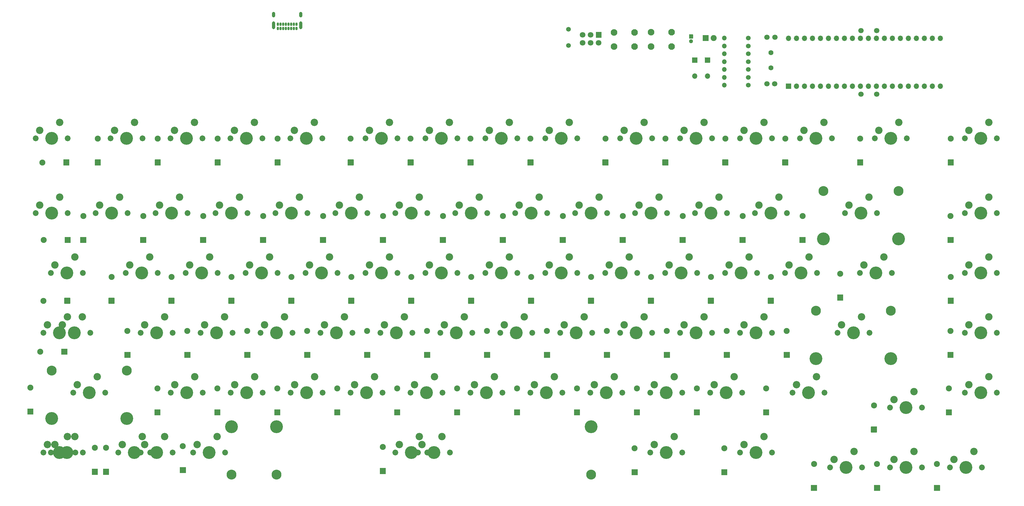
<source format=gbr>
%TF.GenerationSoftware,KiCad,Pcbnew,(5.1.7)-1*%
%TF.CreationDate,2020-10-01T02:14:01-04:00*%
%TF.ProjectId,LCK75,4c434b37-352e-46b6-9963-61645f706362,rev?*%
%TF.SameCoordinates,Original*%
%TF.FileFunction,Soldermask,Bot*%
%TF.FilePolarity,Negative*%
%FSLAX46Y46*%
G04 Gerber Fmt 4.6, Leading zero omitted, Abs format (unit mm)*
G04 Created by KiCad (PCBNEW (5.1.7)-1) date 2020-10-01 02:14:01*
%MOMM*%
%LPD*%
G01*
G04 APERTURE LIST*
%ADD10C,2.350000*%
%ADD11C,4.087800*%
%ADD12C,1.850000*%
%ADD13O,1.900000X1.900000*%
%ADD14O,0.750000X1.100000*%
%ADD15O,1.000000X2.500000*%
%ADD16O,1.000000X1.800000*%
%ADD17C,3.148000*%
%ADD18C,1.600000*%
%ADD19O,1.700000X1.700000*%
%ADD20C,2.100000*%
%ADD21C,1.500000*%
%ADD22O,1.500000X1.500000*%
%ADD23C,1.900000*%
%ADD24C,1.800000*%
%ADD25C,1.700000*%
%ADD26C,1.300000*%
G04 APERTURE END LIST*
D10*
%TO.C,SW44*%
X267017000Y-78079400D03*
D11*
X264477000Y-83159400D03*
D10*
X260667000Y-80619400D03*
D12*
X259397000Y-83159400D03*
X269557000Y-83159400D03*
%TD*%
D13*
%TO.C,D85*%
X236127800Y-101622100D03*
G36*
G01*
X237027800Y-110192100D02*
X235227800Y-110192100D01*
G75*
G02*
X235177800Y-110142100I0J50000D01*
G01*
X235177800Y-108342100D01*
G75*
G02*
X235227800Y-108292100I50000J0D01*
G01*
X237027800Y-108292100D01*
G75*
G02*
X237077800Y-108342100I0J-50000D01*
G01*
X237077800Y-110142100D01*
G75*
G02*
X237027800Y-110192100I-50000J0D01*
G01*
G37*
%TD*%
%TO.C,D91*%
X253117600Y-83397600D03*
G36*
G01*
X254017600Y-91967600D02*
X252217600Y-91967600D01*
G75*
G02*
X252167600Y-91917600I0J50000D01*
G01*
X252167600Y-90117600D01*
G75*
G02*
X252217600Y-90067600I50000J0D01*
G01*
X254017600Y-90067600D01*
G75*
G02*
X254067600Y-90117600I0J-50000D01*
G01*
X254067600Y-91917600D01*
G75*
G02*
X254017600Y-91967600I-50000J0D01*
G01*
G37*
%TD*%
%TO.C,D53*%
X159927800Y-101622100D03*
G36*
G01*
X160827800Y-110192100D02*
X159027800Y-110192100D01*
G75*
G02*
X158977800Y-110142100I0J50000D01*
G01*
X158977800Y-108342100D01*
G75*
G02*
X159027800Y-108292100I50000J0D01*
G01*
X160827800Y-108292100D01*
G75*
G02*
X160877800Y-108342100I0J-50000D01*
G01*
X160877800Y-110142100D01*
G75*
G02*
X160827800Y-110192100I-50000J0D01*
G01*
G37*
%TD*%
%TO.C,D51*%
X121827800Y-101622100D03*
G36*
G01*
X122727800Y-110192100D02*
X120927800Y-110192100D01*
G75*
G02*
X120877800Y-110142100I0J50000D01*
G01*
X120877800Y-108342100D01*
G75*
G02*
X120927800Y-108292100I50000J0D01*
G01*
X122727800Y-108292100D01*
G75*
G02*
X122777800Y-108342100I0J-50000D01*
G01*
X122777800Y-110142100D01*
G75*
G02*
X122727800Y-110192100I-50000J0D01*
G01*
G37*
%TD*%
%TO.C,D50*%
X102777800Y-101622100D03*
G36*
G01*
X103677800Y-110192100D02*
X101877800Y-110192100D01*
G75*
G02*
X101827800Y-110142100I0J50000D01*
G01*
X101827800Y-108342100D01*
G75*
G02*
X101877800Y-108292100I50000J0D01*
G01*
X103677800Y-108292100D01*
G75*
G02*
X103727800Y-108342100I0J-50000D01*
G01*
X103727800Y-110142100D01*
G75*
G02*
X103677800Y-110192100I-50000J0D01*
G01*
G37*
%TD*%
D12*
%TO.C,SW6*%
X112382000Y-40322500D03*
X102222000Y-40322500D03*
D10*
X103492000Y-37782500D03*
D11*
X107302000Y-40322500D03*
D10*
X109842000Y-35242500D03*
%TD*%
D13*
%TO.C,D82*%
X283889200Y-143979900D03*
G36*
G01*
X284789200Y-152549900D02*
X282989200Y-152549900D01*
G75*
G02*
X282939200Y-152499900I0J50000D01*
G01*
X282939200Y-150699900D01*
G75*
G02*
X282989200Y-150649900I50000J0D01*
G01*
X284789200Y-150649900D01*
G75*
G02*
X284839200Y-150699900I0J-50000D01*
G01*
X284839200Y-152499900D01*
G75*
G02*
X284789200Y-152549900I-50000J0D01*
G01*
G37*
%TD*%
%TO.C,D81*%
G36*
G01*
X265739200Y-152549900D02*
X263939200Y-152549900D01*
G75*
G02*
X263889200Y-152499900I0J50000D01*
G01*
X263889200Y-150699900D01*
G75*
G02*
X263939200Y-150649900I50000J0D01*
G01*
X265739200Y-150649900D01*
G75*
G02*
X265789200Y-150699900I0J-50000D01*
G01*
X265789200Y-152499900D01*
G75*
G02*
X265739200Y-152549900I-50000J0D01*
G01*
G37*
X264839200Y-143979900D03*
%TD*%
%TO.C,D80*%
G36*
G01*
X245689200Y-152549900D02*
X243889200Y-152549900D01*
G75*
G02*
X243839200Y-152499900I0J50000D01*
G01*
X243839200Y-150699900D01*
G75*
G02*
X243889200Y-150649900I50000J0D01*
G01*
X245689200Y-150649900D01*
G75*
G02*
X245739200Y-150699900I0J-50000D01*
G01*
X245739200Y-152499900D01*
G75*
G02*
X245689200Y-152549900I-50000J0D01*
G01*
G37*
X244789200Y-143979900D03*
%TD*%
%TO.C,D79*%
G36*
G01*
X217181000Y-147520700D02*
X215381000Y-147520700D01*
G75*
G02*
X215331000Y-147470700I0J50000D01*
G01*
X215331000Y-145670700D01*
G75*
G02*
X215381000Y-145620700I50000J0D01*
G01*
X217181000Y-145620700D01*
G75*
G02*
X217231000Y-145670700I0J-50000D01*
G01*
X217231000Y-147470700D01*
G75*
G02*
X217181000Y-147520700I-50000J0D01*
G01*
G37*
X216281000Y-138950700D03*
%TD*%
%TO.C,D78*%
G36*
G01*
X188694900Y-147520700D02*
X186894900Y-147520700D01*
G75*
G02*
X186844900Y-147470700I0J50000D01*
G01*
X186844900Y-145670700D01*
G75*
G02*
X186894900Y-145620700I50000J0D01*
G01*
X188694900Y-145620700D01*
G75*
G02*
X188744900Y-145670700I0J-50000D01*
G01*
X188744900Y-147470700D01*
G75*
G02*
X188694900Y-147520700I-50000J0D01*
G01*
G37*
X187794900Y-138950700D03*
%TD*%
%TO.C,D77*%
G36*
G01*
X108646800Y-147145800D02*
X106846800Y-147145800D01*
G75*
G02*
X106796800Y-147095800I0J50000D01*
G01*
X106796800Y-145295800D01*
G75*
G02*
X106846800Y-145245800I50000J0D01*
G01*
X108646800Y-145245800D01*
G75*
G02*
X108696800Y-145295800I0J-50000D01*
G01*
X108696800Y-147095800D01*
G75*
G02*
X108646800Y-147145800I-50000J0D01*
G01*
G37*
X107746800Y-138575800D03*
%TD*%
%TO.C,D76*%
G36*
G01*
X45096000Y-146866400D02*
X43296000Y-146866400D01*
G75*
G02*
X43246000Y-146816400I0J50000D01*
G01*
X43246000Y-145016400D01*
G75*
G02*
X43296000Y-144966400I50000J0D01*
G01*
X45096000Y-144966400D01*
G75*
G02*
X45146000Y-145016400I0J-50000D01*
G01*
X45146000Y-146816400D01*
G75*
G02*
X45096000Y-146866400I-50000J0D01*
G01*
G37*
X44196000Y-138296400D03*
%TD*%
%TO.C,D75*%
G36*
G01*
X20673900Y-147399800D02*
X18873900Y-147399800D01*
G75*
G02*
X18823900Y-147349800I0J50000D01*
G01*
X18823900Y-145549800D01*
G75*
G02*
X18873900Y-145499800I50000J0D01*
G01*
X20673900Y-145499800D01*
G75*
G02*
X20723900Y-145549800I0J-50000D01*
G01*
X20723900Y-147349800D01*
G75*
G02*
X20673900Y-147399800I-50000J0D01*
G01*
G37*
X19773900Y-138829800D03*
%TD*%
%TO.C,D74*%
G36*
G01*
X17130600Y-147399800D02*
X15330600Y-147399800D01*
G75*
G02*
X15280600Y-147349800I0J50000D01*
G01*
X15280600Y-145549800D01*
G75*
G02*
X15330600Y-145499800I50000J0D01*
G01*
X17130600Y-145499800D01*
G75*
G02*
X17180600Y-145549800I0J-50000D01*
G01*
X17180600Y-147349800D01*
G75*
G02*
X17130600Y-147399800I-50000J0D01*
G01*
G37*
X16230600Y-138829800D03*
%TD*%
%TO.C,D73*%
G36*
G01*
X264742500Y-133931700D02*
X262942500Y-133931700D01*
G75*
G02*
X262892500Y-133881700I0J50000D01*
G01*
X262892500Y-132081700D01*
G75*
G02*
X262942500Y-132031700I50000J0D01*
G01*
X264742500Y-132031700D01*
G75*
G02*
X264792500Y-132081700I0J-50000D01*
G01*
X264792500Y-133881700D01*
G75*
G02*
X264742500Y-133931700I-50000J0D01*
G01*
G37*
X263842500Y-125361700D03*
%TD*%
%TO.C,D72*%
G36*
G01*
X288556100Y-128470700D02*
X286756100Y-128470700D01*
G75*
G02*
X286706100Y-128420700I0J50000D01*
G01*
X286706100Y-126620700D01*
G75*
G02*
X286756100Y-126570700I50000J0D01*
G01*
X288556100Y-126570700D01*
G75*
G02*
X288606100Y-126620700I0J-50000D01*
G01*
X288606100Y-128420700D01*
G75*
G02*
X288556100Y-128470700I-50000J0D01*
G01*
G37*
X287656100Y-119900700D03*
%TD*%
%TO.C,D71*%
G36*
G01*
X230506100Y-128470700D02*
X228706100Y-128470700D01*
G75*
G02*
X228656100Y-128420700I0J50000D01*
G01*
X228656100Y-126620700D01*
G75*
G02*
X228706100Y-126570700I50000J0D01*
G01*
X230506100Y-126570700D01*
G75*
G02*
X230556100Y-126620700I0J-50000D01*
G01*
X230556100Y-128420700D01*
G75*
G02*
X230506100Y-128470700I-50000J0D01*
G01*
G37*
X229606100Y-119900700D03*
%TD*%
%TO.C,D70*%
G36*
G01*
X208456100Y-128470700D02*
X206656100Y-128470700D01*
G75*
G02*
X206606100Y-128420700I0J50000D01*
G01*
X206606100Y-126620700D01*
G75*
G02*
X206656100Y-126570700I50000J0D01*
G01*
X208456100Y-126570700D01*
G75*
G02*
X208506100Y-126620700I0J-50000D01*
G01*
X208506100Y-128420700D01*
G75*
G02*
X208456100Y-128470700I-50000J0D01*
G01*
G37*
X207556100Y-119900700D03*
%TD*%
%TO.C,D69*%
G36*
G01*
X189406100Y-128470700D02*
X187606100Y-128470700D01*
G75*
G02*
X187556100Y-128420700I0J50000D01*
G01*
X187556100Y-126620700D01*
G75*
G02*
X187606100Y-126570700I50000J0D01*
G01*
X189406100Y-126570700D01*
G75*
G02*
X189456100Y-126620700I0J-50000D01*
G01*
X189456100Y-128420700D01*
G75*
G02*
X189406100Y-128470700I-50000J0D01*
G01*
G37*
X188506100Y-119900700D03*
%TD*%
%TO.C,D68*%
G36*
G01*
X170356100Y-128470700D02*
X168556100Y-128470700D01*
G75*
G02*
X168506100Y-128420700I0J50000D01*
G01*
X168506100Y-126620700D01*
G75*
G02*
X168556100Y-126570700I50000J0D01*
G01*
X170356100Y-126570700D01*
G75*
G02*
X170406100Y-126620700I0J-50000D01*
G01*
X170406100Y-128420700D01*
G75*
G02*
X170356100Y-128470700I-50000J0D01*
G01*
G37*
X169456100Y-119900700D03*
%TD*%
%TO.C,D67*%
G36*
G01*
X151306100Y-128470700D02*
X149506100Y-128470700D01*
G75*
G02*
X149456100Y-128420700I0J50000D01*
G01*
X149456100Y-126620700D01*
G75*
G02*
X149506100Y-126570700I50000J0D01*
G01*
X151306100Y-126570700D01*
G75*
G02*
X151356100Y-126620700I0J-50000D01*
G01*
X151356100Y-128420700D01*
G75*
G02*
X151306100Y-128470700I-50000J0D01*
G01*
G37*
X150406100Y-119900700D03*
%TD*%
%TO.C,D66*%
G36*
G01*
X132256100Y-128470700D02*
X130456100Y-128470700D01*
G75*
G02*
X130406100Y-128420700I0J50000D01*
G01*
X130406100Y-126620700D01*
G75*
G02*
X130456100Y-126570700I50000J0D01*
G01*
X132256100Y-126570700D01*
G75*
G02*
X132306100Y-126620700I0J-50000D01*
G01*
X132306100Y-128420700D01*
G75*
G02*
X132256100Y-128470700I-50000J0D01*
G01*
G37*
X131356100Y-119900700D03*
%TD*%
%TO.C,D65*%
X112306100Y-119900700D03*
G36*
G01*
X113206100Y-128470700D02*
X111406100Y-128470700D01*
G75*
G02*
X111356100Y-128420700I0J50000D01*
G01*
X111356100Y-126620700D01*
G75*
G02*
X111406100Y-126570700I50000J0D01*
G01*
X113206100Y-126570700D01*
G75*
G02*
X113256100Y-126620700I0J-50000D01*
G01*
X113256100Y-128420700D01*
G75*
G02*
X113206100Y-128470700I-50000J0D01*
G01*
G37*
%TD*%
%TO.C,D64*%
X93256100Y-119900700D03*
G36*
G01*
X94156100Y-128470700D02*
X92356100Y-128470700D01*
G75*
G02*
X92306100Y-128420700I0J50000D01*
G01*
X92306100Y-126620700D01*
G75*
G02*
X92356100Y-126570700I50000J0D01*
G01*
X94156100Y-126570700D01*
G75*
G02*
X94206100Y-126620700I0J-50000D01*
G01*
X94206100Y-128420700D01*
G75*
G02*
X94156100Y-128470700I-50000J0D01*
G01*
G37*
%TD*%
%TO.C,D63*%
X74206100Y-119900700D03*
G36*
G01*
X75106100Y-128470700D02*
X73306100Y-128470700D01*
G75*
G02*
X73256100Y-128420700I0J50000D01*
G01*
X73256100Y-126620700D01*
G75*
G02*
X73306100Y-126570700I50000J0D01*
G01*
X75106100Y-126570700D01*
G75*
G02*
X75156100Y-126620700I0J-50000D01*
G01*
X75156100Y-128420700D01*
G75*
G02*
X75106100Y-128470700I-50000J0D01*
G01*
G37*
%TD*%
%TO.C,D62*%
X55156100Y-119900700D03*
G36*
G01*
X56056100Y-128470700D02*
X54256100Y-128470700D01*
G75*
G02*
X54206100Y-128420700I0J50000D01*
G01*
X54206100Y-126620700D01*
G75*
G02*
X54256100Y-126570700I50000J0D01*
G01*
X56056100Y-126570700D01*
G75*
G02*
X56106100Y-126620700I0J-50000D01*
G01*
X56106100Y-128420700D01*
G75*
G02*
X56056100Y-128470700I-50000J0D01*
G01*
G37*
%TD*%
%TO.C,D61*%
X36106100Y-119900700D03*
G36*
G01*
X37006100Y-128470700D02*
X35206100Y-128470700D01*
G75*
G02*
X35156100Y-128420700I0J50000D01*
G01*
X35156100Y-126620700D01*
G75*
G02*
X35206100Y-126570700I50000J0D01*
G01*
X37006100Y-126570700D01*
G75*
G02*
X37056100Y-126620700I0J-50000D01*
G01*
X37056100Y-128420700D01*
G75*
G02*
X37006100Y-128470700I-50000J0D01*
G01*
G37*
%TD*%
%TO.C,D59*%
X-4267200Y-119659400D03*
G36*
G01*
X-3367200Y-128229400D02*
X-5167200Y-128229400D01*
G75*
G02*
X-5217200Y-128179400I0J50000D01*
G01*
X-5217200Y-126379400D01*
G75*
G02*
X-5167200Y-126329400I50000J0D01*
G01*
X-3367200Y-126329400D01*
G75*
G02*
X-3317200Y-126379400I0J-50000D01*
G01*
X-3317200Y-128179400D01*
G75*
G02*
X-3367200Y-128229400I-50000J0D01*
G01*
G37*
%TD*%
%TO.C,D58*%
X288177800Y-101622100D03*
G36*
G01*
X289077800Y-110192100D02*
X287277800Y-110192100D01*
G75*
G02*
X287227800Y-110142100I0J50000D01*
G01*
X287227800Y-108342100D01*
G75*
G02*
X287277800Y-108292100I50000J0D01*
G01*
X289077800Y-108292100D01*
G75*
G02*
X289127800Y-108342100I0J-50000D01*
G01*
X289127800Y-110142100D01*
G75*
G02*
X289077800Y-110192100I-50000J0D01*
G01*
G37*
%TD*%
%TO.C,D56*%
X217077800Y-101622100D03*
G36*
G01*
X217977800Y-110192100D02*
X216177800Y-110192100D01*
G75*
G02*
X216127800Y-110142100I0J50000D01*
G01*
X216127800Y-108342100D01*
G75*
G02*
X216177800Y-108292100I50000J0D01*
G01*
X217977800Y-108292100D01*
G75*
G02*
X218027800Y-108342100I0J-50000D01*
G01*
X218027800Y-110142100D01*
G75*
G02*
X217977800Y-110192100I-50000J0D01*
G01*
G37*
%TD*%
%TO.C,D55*%
X198027800Y-101622100D03*
G36*
G01*
X198927800Y-110192100D02*
X197127800Y-110192100D01*
G75*
G02*
X197077800Y-110142100I0J50000D01*
G01*
X197077800Y-108342100D01*
G75*
G02*
X197127800Y-108292100I50000J0D01*
G01*
X198927800Y-108292100D01*
G75*
G02*
X198977800Y-108342100I0J-50000D01*
G01*
X198977800Y-110142100D01*
G75*
G02*
X198927800Y-110192100I-50000J0D01*
G01*
G37*
%TD*%
%TO.C,D54*%
X178977800Y-101622100D03*
G36*
G01*
X179877800Y-110192100D02*
X178077800Y-110192100D01*
G75*
G02*
X178027800Y-110142100I0J50000D01*
G01*
X178027800Y-108342100D01*
G75*
G02*
X178077800Y-108292100I50000J0D01*
G01*
X179877800Y-108292100D01*
G75*
G02*
X179927800Y-108342100I0J-50000D01*
G01*
X179927800Y-110142100D01*
G75*
G02*
X179877800Y-110192100I-50000J0D01*
G01*
G37*
%TD*%
%TO.C,D52*%
X140877800Y-101622100D03*
G36*
G01*
X141777800Y-110192100D02*
X139977800Y-110192100D01*
G75*
G02*
X139927800Y-110142100I0J50000D01*
G01*
X139927800Y-108342100D01*
G75*
G02*
X139977800Y-108292100I50000J0D01*
G01*
X141777800Y-108292100D01*
G75*
G02*
X141827800Y-108342100I0J-50000D01*
G01*
X141827800Y-110142100D01*
G75*
G02*
X141777800Y-110192100I-50000J0D01*
G01*
G37*
%TD*%
%TO.C,D49*%
X83727800Y-101622100D03*
G36*
G01*
X84627800Y-110192100D02*
X82827800Y-110192100D01*
G75*
G02*
X82777800Y-110142100I0J50000D01*
G01*
X82777800Y-108342100D01*
G75*
G02*
X82827800Y-108292100I50000J0D01*
G01*
X84627800Y-108292100D01*
G75*
G02*
X84677800Y-108342100I0J-50000D01*
G01*
X84677800Y-110142100D01*
G75*
G02*
X84627800Y-110192100I-50000J0D01*
G01*
G37*
%TD*%
%TO.C,D48*%
X64677800Y-101622100D03*
G36*
G01*
X65577800Y-110192100D02*
X63777800Y-110192100D01*
G75*
G02*
X63727800Y-110142100I0J50000D01*
G01*
X63727800Y-108342100D01*
G75*
G02*
X63777800Y-108292100I50000J0D01*
G01*
X65577800Y-108292100D01*
G75*
G02*
X65627800Y-108342100I0J-50000D01*
G01*
X65627800Y-110142100D01*
G75*
G02*
X65577800Y-110192100I-50000J0D01*
G01*
G37*
%TD*%
%TO.C,D47*%
G36*
G01*
X46527800Y-110192100D02*
X44727800Y-110192100D01*
G75*
G02*
X44677800Y-110142100I0J50000D01*
G01*
X44677800Y-108342100D01*
G75*
G02*
X44727800Y-108292100I50000J0D01*
G01*
X46527800Y-108292100D01*
G75*
G02*
X46577800Y-108342100I0J-50000D01*
G01*
X46577800Y-110142100D01*
G75*
G02*
X46527800Y-110192100I-50000J0D01*
G01*
G37*
X45627800Y-101622100D03*
%TD*%
%TO.C,D46*%
G36*
G01*
X27477800Y-110192100D02*
X25677800Y-110192100D01*
G75*
G02*
X25627800Y-110142100I0J50000D01*
G01*
X25627800Y-108342100D01*
G75*
G02*
X25677800Y-108292100I50000J0D01*
G01*
X27477800Y-108292100D01*
G75*
G02*
X27527800Y-108342100I0J-50000D01*
G01*
X27527800Y-110142100D01*
G75*
G02*
X27477800Y-110192100I-50000J0D01*
G01*
G37*
X26577800Y-101622100D03*
%TD*%
%TO.C,D45*%
X-1092200Y-108242100D03*
G36*
G01*
X7477800Y-107342100D02*
X7477800Y-109142100D01*
G75*
G02*
X7427800Y-109192100I-50000J0D01*
G01*
X5627800Y-109192100D01*
G75*
G02*
X5577800Y-109142100I0J50000D01*
G01*
X5577800Y-107342100D01*
G75*
G02*
X5627800Y-107292100I50000J0D01*
G01*
X7427800Y-107292100D01*
G75*
G02*
X7477800Y-107342100I0J-50000D01*
G01*
G37*
%TD*%
%TO.C,D44*%
X288267600Y-84397600D03*
G36*
G01*
X289167600Y-92967600D02*
X287367600Y-92967600D01*
G75*
G02*
X287317600Y-92917600I0J50000D01*
G01*
X287317600Y-91117600D01*
G75*
G02*
X287367600Y-91067600I50000J0D01*
G01*
X289167600Y-91067600D01*
G75*
G02*
X289217600Y-91117600I0J-50000D01*
G01*
X289217600Y-92917600D01*
G75*
G02*
X289167600Y-92967600I-50000J0D01*
G01*
G37*
%TD*%
%TO.C,D43*%
X231067600Y-84397600D03*
G36*
G01*
X231967600Y-92967600D02*
X230167600Y-92967600D01*
G75*
G02*
X230117600Y-92917600I0J50000D01*
G01*
X230117600Y-91117600D01*
G75*
G02*
X230167600Y-91067600I50000J0D01*
G01*
X231967600Y-91067600D01*
G75*
G02*
X232017600Y-91117600I0J-50000D01*
G01*
X232017600Y-92917600D01*
G75*
G02*
X231967600Y-92967600I-50000J0D01*
G01*
G37*
%TD*%
%TO.C,D42*%
X212017600Y-84397600D03*
G36*
G01*
X212917600Y-92967600D02*
X211117600Y-92967600D01*
G75*
G02*
X211067600Y-92917600I0J50000D01*
G01*
X211067600Y-91117600D01*
G75*
G02*
X211117600Y-91067600I50000J0D01*
G01*
X212917600Y-91067600D01*
G75*
G02*
X212967600Y-91117600I0J-50000D01*
G01*
X212967600Y-92917600D01*
G75*
G02*
X212917600Y-92967600I-50000J0D01*
G01*
G37*
%TD*%
%TO.C,D41*%
X192967600Y-84397600D03*
G36*
G01*
X193867600Y-92967600D02*
X192067600Y-92967600D01*
G75*
G02*
X192017600Y-92917600I0J50000D01*
G01*
X192017600Y-91117600D01*
G75*
G02*
X192067600Y-91067600I50000J0D01*
G01*
X193867600Y-91067600D01*
G75*
G02*
X193917600Y-91117600I0J-50000D01*
G01*
X193917600Y-92917600D01*
G75*
G02*
X193867600Y-92967600I-50000J0D01*
G01*
G37*
%TD*%
%TO.C,D40*%
X173917600Y-84397600D03*
G36*
G01*
X174817600Y-92967600D02*
X173017600Y-92967600D01*
G75*
G02*
X172967600Y-92917600I0J50000D01*
G01*
X172967600Y-91117600D01*
G75*
G02*
X173017600Y-91067600I50000J0D01*
G01*
X174817600Y-91067600D01*
G75*
G02*
X174867600Y-91117600I0J-50000D01*
G01*
X174867600Y-92917600D01*
G75*
G02*
X174817600Y-92967600I-50000J0D01*
G01*
G37*
%TD*%
%TO.C,D39*%
X154867600Y-84397600D03*
G36*
G01*
X155767600Y-92967600D02*
X153967600Y-92967600D01*
G75*
G02*
X153917600Y-92917600I0J50000D01*
G01*
X153917600Y-91117600D01*
G75*
G02*
X153967600Y-91067600I50000J0D01*
G01*
X155767600Y-91067600D01*
G75*
G02*
X155817600Y-91117600I0J-50000D01*
G01*
X155817600Y-92917600D01*
G75*
G02*
X155767600Y-92967600I-50000J0D01*
G01*
G37*
%TD*%
%TO.C,D38*%
X135817600Y-84397600D03*
G36*
G01*
X136717600Y-92967600D02*
X134917600Y-92967600D01*
G75*
G02*
X134867600Y-92917600I0J50000D01*
G01*
X134867600Y-91117600D01*
G75*
G02*
X134917600Y-91067600I50000J0D01*
G01*
X136717600Y-91067600D01*
G75*
G02*
X136767600Y-91117600I0J-50000D01*
G01*
X136767600Y-92917600D01*
G75*
G02*
X136717600Y-92967600I-50000J0D01*
G01*
G37*
%TD*%
%TO.C,D37*%
X116767600Y-84397600D03*
G36*
G01*
X117667600Y-92967600D02*
X115867600Y-92967600D01*
G75*
G02*
X115817600Y-92917600I0J50000D01*
G01*
X115817600Y-91117600D01*
G75*
G02*
X115867600Y-91067600I50000J0D01*
G01*
X117667600Y-91067600D01*
G75*
G02*
X117717600Y-91117600I0J-50000D01*
G01*
X117717600Y-92917600D01*
G75*
G02*
X117667600Y-92967600I-50000J0D01*
G01*
G37*
%TD*%
%TO.C,D36*%
X97717600Y-84397600D03*
G36*
G01*
X98617600Y-92967600D02*
X96817600Y-92967600D01*
G75*
G02*
X96767600Y-92917600I0J50000D01*
G01*
X96767600Y-91117600D01*
G75*
G02*
X96817600Y-91067600I50000J0D01*
G01*
X98617600Y-91067600D01*
G75*
G02*
X98667600Y-91117600I0J-50000D01*
G01*
X98667600Y-92917600D01*
G75*
G02*
X98617600Y-92967600I-50000J0D01*
G01*
G37*
%TD*%
%TO.C,D35*%
X78667600Y-84397600D03*
G36*
G01*
X79567600Y-92967600D02*
X77767600Y-92967600D01*
G75*
G02*
X77717600Y-92917600I0J50000D01*
G01*
X77717600Y-91117600D01*
G75*
G02*
X77767600Y-91067600I50000J0D01*
G01*
X79567600Y-91067600D01*
G75*
G02*
X79617600Y-91117600I0J-50000D01*
G01*
X79617600Y-92917600D01*
G75*
G02*
X79567600Y-92967600I-50000J0D01*
G01*
G37*
%TD*%
%TO.C,D34*%
X59617600Y-84397600D03*
G36*
G01*
X60517600Y-92967600D02*
X58717600Y-92967600D01*
G75*
G02*
X58667600Y-92917600I0J50000D01*
G01*
X58667600Y-91117600D01*
G75*
G02*
X58717600Y-91067600I50000J0D01*
G01*
X60517600Y-91067600D01*
G75*
G02*
X60567600Y-91117600I0J-50000D01*
G01*
X60567600Y-92917600D01*
G75*
G02*
X60517600Y-92967600I-50000J0D01*
G01*
G37*
%TD*%
%TO.C,D33*%
X40567600Y-84397600D03*
G36*
G01*
X41467600Y-92967600D02*
X39667600Y-92967600D01*
G75*
G02*
X39617600Y-92917600I0J50000D01*
G01*
X39617600Y-91117600D01*
G75*
G02*
X39667600Y-91067600I50000J0D01*
G01*
X41467600Y-91067600D01*
G75*
G02*
X41517600Y-91117600I0J-50000D01*
G01*
X41517600Y-92917600D01*
G75*
G02*
X41467600Y-92967600I-50000J0D01*
G01*
G37*
%TD*%
%TO.C,D32*%
X21517600Y-84397600D03*
G36*
G01*
X22417600Y-92967600D02*
X20617600Y-92967600D01*
G75*
G02*
X20567600Y-92917600I0J50000D01*
G01*
X20567600Y-91117600D01*
G75*
G02*
X20617600Y-91067600I50000J0D01*
G01*
X22417600Y-91067600D01*
G75*
G02*
X22467600Y-91117600I0J-50000D01*
G01*
X22467600Y-92917600D01*
G75*
G02*
X22417600Y-92967600I-50000J0D01*
G01*
G37*
%TD*%
%TO.C,D31*%
X-152400Y-92017600D03*
G36*
G01*
X8417600Y-91117600D02*
X8417600Y-92917600D01*
G75*
G02*
X8367600Y-92967600I-50000J0D01*
G01*
X6567600Y-92967600D01*
G75*
G02*
X6517600Y-92917600I0J50000D01*
G01*
X6517600Y-91117600D01*
G75*
G02*
X6567600Y-91067600I50000J0D01*
G01*
X8367600Y-91067600D01*
G75*
G02*
X8417600Y-91117600I0J-50000D01*
G01*
G37*
%TD*%
%TO.C,D30*%
G36*
G01*
X289097600Y-73606700D02*
X287297600Y-73606700D01*
G75*
G02*
X287247600Y-73556700I0J50000D01*
G01*
X287247600Y-71756700D01*
G75*
G02*
X287297600Y-71706700I50000J0D01*
G01*
X289097600Y-71706700D01*
G75*
G02*
X289147600Y-71756700I0J-50000D01*
G01*
X289147600Y-73556700D01*
G75*
G02*
X289097600Y-73606700I-50000J0D01*
G01*
G37*
X288197600Y-65036700D03*
%TD*%
%TO.C,D29*%
G36*
G01*
X242047600Y-73606700D02*
X240247600Y-73606700D01*
G75*
G02*
X240197600Y-73556700I0J50000D01*
G01*
X240197600Y-71756700D01*
G75*
G02*
X240247600Y-71706700I50000J0D01*
G01*
X242047600Y-71706700D01*
G75*
G02*
X242097600Y-71756700I0J-50000D01*
G01*
X242097600Y-73556700D01*
G75*
G02*
X242047600Y-73606700I-50000J0D01*
G01*
G37*
X241147600Y-65036700D03*
%TD*%
%TO.C,D28*%
X222097600Y-65036700D03*
G36*
G01*
X222997600Y-73606700D02*
X221197600Y-73606700D01*
G75*
G02*
X221147600Y-73556700I0J50000D01*
G01*
X221147600Y-71756700D01*
G75*
G02*
X221197600Y-71706700I50000J0D01*
G01*
X222997600Y-71706700D01*
G75*
G02*
X223047600Y-71756700I0J-50000D01*
G01*
X223047600Y-73556700D01*
G75*
G02*
X222997600Y-73606700I-50000J0D01*
G01*
G37*
%TD*%
%TO.C,D27*%
X203047600Y-65036700D03*
G36*
G01*
X203947600Y-73606700D02*
X202147600Y-73606700D01*
G75*
G02*
X202097600Y-73556700I0J50000D01*
G01*
X202097600Y-71756700D01*
G75*
G02*
X202147600Y-71706700I50000J0D01*
G01*
X203947600Y-71706700D01*
G75*
G02*
X203997600Y-71756700I0J-50000D01*
G01*
X203997600Y-73556700D01*
G75*
G02*
X203947600Y-73606700I-50000J0D01*
G01*
G37*
%TD*%
%TO.C,D26*%
X183997600Y-65036700D03*
G36*
G01*
X184897600Y-73606700D02*
X183097600Y-73606700D01*
G75*
G02*
X183047600Y-73556700I0J50000D01*
G01*
X183047600Y-71756700D01*
G75*
G02*
X183097600Y-71706700I50000J0D01*
G01*
X184897600Y-71706700D01*
G75*
G02*
X184947600Y-71756700I0J-50000D01*
G01*
X184947600Y-73556700D01*
G75*
G02*
X184897600Y-73606700I-50000J0D01*
G01*
G37*
%TD*%
%TO.C,D25*%
G36*
G01*
X165847600Y-73606700D02*
X164047600Y-73606700D01*
G75*
G02*
X163997600Y-73556700I0J50000D01*
G01*
X163997600Y-71756700D01*
G75*
G02*
X164047600Y-71706700I50000J0D01*
G01*
X165847600Y-71706700D01*
G75*
G02*
X165897600Y-71756700I0J-50000D01*
G01*
X165897600Y-73556700D01*
G75*
G02*
X165847600Y-73606700I-50000J0D01*
G01*
G37*
X164947600Y-65036700D03*
%TD*%
%TO.C,D24*%
X145897600Y-65036700D03*
G36*
G01*
X146797600Y-73606700D02*
X144997600Y-73606700D01*
G75*
G02*
X144947600Y-73556700I0J50000D01*
G01*
X144947600Y-71756700D01*
G75*
G02*
X144997600Y-71706700I50000J0D01*
G01*
X146797600Y-71706700D01*
G75*
G02*
X146847600Y-71756700I0J-50000D01*
G01*
X146847600Y-73556700D01*
G75*
G02*
X146797600Y-73606700I-50000J0D01*
G01*
G37*
%TD*%
%TO.C,D23*%
X126847600Y-65036700D03*
G36*
G01*
X127747600Y-73606700D02*
X125947600Y-73606700D01*
G75*
G02*
X125897600Y-73556700I0J50000D01*
G01*
X125897600Y-71756700D01*
G75*
G02*
X125947600Y-71706700I50000J0D01*
G01*
X127747600Y-71706700D01*
G75*
G02*
X127797600Y-71756700I0J-50000D01*
G01*
X127797600Y-73556700D01*
G75*
G02*
X127747600Y-73606700I-50000J0D01*
G01*
G37*
%TD*%
%TO.C,D22*%
X107797600Y-65036700D03*
G36*
G01*
X108697600Y-73606700D02*
X106897600Y-73606700D01*
G75*
G02*
X106847600Y-73556700I0J50000D01*
G01*
X106847600Y-71756700D01*
G75*
G02*
X106897600Y-71706700I50000J0D01*
G01*
X108697600Y-71706700D01*
G75*
G02*
X108747600Y-71756700I0J-50000D01*
G01*
X108747600Y-73556700D01*
G75*
G02*
X108697600Y-73606700I-50000J0D01*
G01*
G37*
%TD*%
%TO.C,D21*%
X88747600Y-65036700D03*
G36*
G01*
X89647600Y-73606700D02*
X87847600Y-73606700D01*
G75*
G02*
X87797600Y-73556700I0J50000D01*
G01*
X87797600Y-71756700D01*
G75*
G02*
X87847600Y-71706700I50000J0D01*
G01*
X89647600Y-71706700D01*
G75*
G02*
X89697600Y-71756700I0J-50000D01*
G01*
X89697600Y-73556700D01*
G75*
G02*
X89647600Y-73606700I-50000J0D01*
G01*
G37*
%TD*%
%TO.C,D20*%
X69697600Y-65036700D03*
G36*
G01*
X70597600Y-73606700D02*
X68797600Y-73606700D01*
G75*
G02*
X68747600Y-73556700I0J50000D01*
G01*
X68747600Y-71756700D01*
G75*
G02*
X68797600Y-71706700I50000J0D01*
G01*
X70597600Y-71706700D01*
G75*
G02*
X70647600Y-71756700I0J-50000D01*
G01*
X70647600Y-73556700D01*
G75*
G02*
X70597600Y-73606700I-50000J0D01*
G01*
G37*
%TD*%
%TO.C,D19*%
X50647600Y-65036700D03*
G36*
G01*
X51547600Y-73606700D02*
X49747600Y-73606700D01*
G75*
G02*
X49697600Y-73556700I0J50000D01*
G01*
X49697600Y-71756700D01*
G75*
G02*
X49747600Y-71706700I50000J0D01*
G01*
X51547600Y-71706700D01*
G75*
G02*
X51597600Y-71756700I0J-50000D01*
G01*
X51597600Y-73556700D01*
G75*
G02*
X51547600Y-73606700I-50000J0D01*
G01*
G37*
%TD*%
%TO.C,D18*%
X31597600Y-65036700D03*
G36*
G01*
X32497600Y-73606700D02*
X30697600Y-73606700D01*
G75*
G02*
X30647600Y-73556700I0J50000D01*
G01*
X30647600Y-71756700D01*
G75*
G02*
X30697600Y-71706700I50000J0D01*
G01*
X32497600Y-71706700D01*
G75*
G02*
X32547600Y-71756700I0J-50000D01*
G01*
X32547600Y-73556700D01*
G75*
G02*
X32497600Y-73606700I-50000J0D01*
G01*
G37*
%TD*%
%TO.C,D17*%
X12547600Y-65036700D03*
G36*
G01*
X13447600Y-73606700D02*
X11647600Y-73606700D01*
G75*
G02*
X11597600Y-73556700I0J50000D01*
G01*
X11597600Y-71756700D01*
G75*
G02*
X11647600Y-71706700I50000J0D01*
G01*
X13447600Y-71706700D01*
G75*
G02*
X13497600Y-71756700I0J-50000D01*
G01*
X13497600Y-73556700D01*
G75*
G02*
X13447600Y-73606700I-50000J0D01*
G01*
G37*
%TD*%
%TO.C,D16*%
X-22400Y-72656700D03*
G36*
G01*
X8547600Y-71756700D02*
X8547600Y-73556700D01*
G75*
G02*
X8497600Y-73606700I-50000J0D01*
G01*
X6697600Y-73606700D01*
G75*
G02*
X6647600Y-73556700I0J50000D01*
G01*
X6647600Y-71756700D01*
G75*
G02*
X6697600Y-71706700I50000J0D01*
G01*
X8497600Y-71706700D01*
G75*
G02*
X8547600Y-71756700I0J-50000D01*
G01*
G37*
%TD*%
%TO.C,D15*%
X288277700Y-40386000D03*
G36*
G01*
X289177700Y-48956000D02*
X287377700Y-48956000D01*
G75*
G02*
X287327700Y-48906000I0J50000D01*
G01*
X287327700Y-47106000D01*
G75*
G02*
X287377700Y-47056000I50000J0D01*
G01*
X289177700Y-47056000D01*
G75*
G02*
X289227700Y-47106000I0J-50000D01*
G01*
X289227700Y-48906000D01*
G75*
G02*
X289177700Y-48956000I-50000J0D01*
G01*
G37*
%TD*%
%TO.C,D14*%
X259465700Y-40386000D03*
G36*
G01*
X260365700Y-48956000D02*
X258565700Y-48956000D01*
G75*
G02*
X258515700Y-48906000I0J50000D01*
G01*
X258515700Y-47106000D01*
G75*
G02*
X258565700Y-47056000I50000J0D01*
G01*
X260365700Y-47056000D01*
G75*
G02*
X260415700Y-47106000I0J-50000D01*
G01*
X260415700Y-48906000D01*
G75*
G02*
X260365700Y-48956000I-50000J0D01*
G01*
G37*
%TD*%
%TO.C,D13*%
X235653700Y-40386000D03*
G36*
G01*
X236553700Y-48956000D02*
X234753700Y-48956000D01*
G75*
G02*
X234703700Y-48906000I0J50000D01*
G01*
X234703700Y-47106000D01*
G75*
G02*
X234753700Y-47056000I50000J0D01*
G01*
X236553700Y-47056000D01*
G75*
G02*
X236603700Y-47106000I0J-50000D01*
G01*
X236603700Y-48906000D01*
G75*
G02*
X236553700Y-48956000I-50000J0D01*
G01*
G37*
%TD*%
%TO.C,D12*%
X216603700Y-40386000D03*
G36*
G01*
X217503700Y-48956000D02*
X215703700Y-48956000D01*
G75*
G02*
X215653700Y-48906000I0J50000D01*
G01*
X215653700Y-47106000D01*
G75*
G02*
X215703700Y-47056000I50000J0D01*
G01*
X217503700Y-47056000D01*
G75*
G02*
X217553700Y-47106000I0J-50000D01*
G01*
X217553700Y-48906000D01*
G75*
G02*
X217503700Y-48956000I-50000J0D01*
G01*
G37*
%TD*%
%TO.C,D11*%
X197553700Y-40386000D03*
G36*
G01*
X198453700Y-48956000D02*
X196653700Y-48956000D01*
G75*
G02*
X196603700Y-48906000I0J50000D01*
G01*
X196603700Y-47106000D01*
G75*
G02*
X196653700Y-47056000I50000J0D01*
G01*
X198453700Y-47056000D01*
G75*
G02*
X198503700Y-47106000I0J-50000D01*
G01*
X198503700Y-48906000D01*
G75*
G02*
X198453700Y-48956000I-50000J0D01*
G01*
G37*
%TD*%
%TO.C,D10*%
X178503700Y-40386000D03*
G36*
G01*
X179403700Y-48956000D02*
X177603700Y-48956000D01*
G75*
G02*
X177553700Y-48906000I0J50000D01*
G01*
X177553700Y-47106000D01*
G75*
G02*
X177603700Y-47056000I50000J0D01*
G01*
X179403700Y-47056000D01*
G75*
G02*
X179453700Y-47106000I0J-50000D01*
G01*
X179453700Y-48906000D01*
G75*
G02*
X179403700Y-48956000I-50000J0D01*
G01*
G37*
%TD*%
%TO.C,D9*%
X154691700Y-40386000D03*
G36*
G01*
X155591700Y-48956000D02*
X153791700Y-48956000D01*
G75*
G02*
X153741700Y-48906000I0J50000D01*
G01*
X153741700Y-47106000D01*
G75*
G02*
X153791700Y-47056000I50000J0D01*
G01*
X155591700Y-47056000D01*
G75*
G02*
X155641700Y-47106000I0J-50000D01*
G01*
X155641700Y-48906000D01*
G75*
G02*
X155591700Y-48956000I-50000J0D01*
G01*
G37*
%TD*%
%TO.C,D8*%
X135641700Y-40386000D03*
G36*
G01*
X136541700Y-48956000D02*
X134741700Y-48956000D01*
G75*
G02*
X134691700Y-48906000I0J50000D01*
G01*
X134691700Y-47106000D01*
G75*
G02*
X134741700Y-47056000I50000J0D01*
G01*
X136541700Y-47056000D01*
G75*
G02*
X136591700Y-47106000I0J-50000D01*
G01*
X136591700Y-48906000D01*
G75*
G02*
X136541700Y-48956000I-50000J0D01*
G01*
G37*
%TD*%
%TO.C,D7*%
X116591700Y-40386000D03*
G36*
G01*
X117491700Y-48956000D02*
X115691700Y-48956000D01*
G75*
G02*
X115641700Y-48906000I0J50000D01*
G01*
X115641700Y-47106000D01*
G75*
G02*
X115691700Y-47056000I50000J0D01*
G01*
X117491700Y-47056000D01*
G75*
G02*
X117541700Y-47106000I0J-50000D01*
G01*
X117541700Y-48906000D01*
G75*
G02*
X117491700Y-48956000I-50000J0D01*
G01*
G37*
%TD*%
%TO.C,D6*%
X97541700Y-40386000D03*
G36*
G01*
X98441700Y-48956000D02*
X96641700Y-48956000D01*
G75*
G02*
X96591700Y-48906000I0J50000D01*
G01*
X96591700Y-47106000D01*
G75*
G02*
X96641700Y-47056000I50000J0D01*
G01*
X98441700Y-47056000D01*
G75*
G02*
X98491700Y-47106000I0J-50000D01*
G01*
X98491700Y-48906000D01*
G75*
G02*
X98441700Y-48956000I-50000J0D01*
G01*
G37*
%TD*%
%TO.C,D5*%
X74323700Y-40386000D03*
G36*
G01*
X75223700Y-48956000D02*
X73423700Y-48956000D01*
G75*
G02*
X73373700Y-48906000I0J50000D01*
G01*
X73373700Y-47106000D01*
G75*
G02*
X73423700Y-47056000I50000J0D01*
G01*
X75223700Y-47056000D01*
G75*
G02*
X75273700Y-47106000I0J-50000D01*
G01*
X75273700Y-48906000D01*
G75*
G02*
X75223700Y-48956000I-50000J0D01*
G01*
G37*
%TD*%
%TO.C,D4*%
X55273700Y-40386000D03*
G36*
G01*
X56173700Y-48956000D02*
X54373700Y-48956000D01*
G75*
G02*
X54323700Y-48906000I0J50000D01*
G01*
X54323700Y-47106000D01*
G75*
G02*
X54373700Y-47056000I50000J0D01*
G01*
X56173700Y-47056000D01*
G75*
G02*
X56223700Y-47106000I0J-50000D01*
G01*
X56223700Y-48906000D01*
G75*
G02*
X56173700Y-48956000I-50000J0D01*
G01*
G37*
%TD*%
%TO.C,D3*%
X36223700Y-40386000D03*
G36*
G01*
X37123700Y-48956000D02*
X35323700Y-48956000D01*
G75*
G02*
X35273700Y-48906000I0J50000D01*
G01*
X35273700Y-47106000D01*
G75*
G02*
X35323700Y-47056000I50000J0D01*
G01*
X37123700Y-47056000D01*
G75*
G02*
X37173700Y-47106000I0J-50000D01*
G01*
X37173700Y-48906000D01*
G75*
G02*
X37123700Y-48956000I-50000J0D01*
G01*
G37*
%TD*%
%TO.C,D2*%
X17173700Y-40386000D03*
G36*
G01*
X18073700Y-48956000D02*
X16273700Y-48956000D01*
G75*
G02*
X16223700Y-48906000I0J50000D01*
G01*
X16223700Y-47106000D01*
G75*
G02*
X16273700Y-47056000I50000J0D01*
G01*
X18073700Y-47056000D01*
G75*
G02*
X18123700Y-47106000I0J-50000D01*
G01*
X18123700Y-48906000D01*
G75*
G02*
X18073700Y-48956000I-50000J0D01*
G01*
G37*
%TD*%
%TO.C,D1*%
X-446300Y-48006000D03*
G36*
G01*
X8123700Y-47106000D02*
X8123700Y-48906000D01*
G75*
G02*
X8073700Y-48956000I-50000J0D01*
G01*
X6273700Y-48956000D01*
G75*
G02*
X6223700Y-48906000I0J50000D01*
G01*
X6223700Y-47106000D01*
G75*
G02*
X6273700Y-47056000I50000J0D01*
G01*
X8073700Y-47056000D01*
G75*
G02*
X8123700Y-47106000I0J-50000D01*
G01*
G37*
%TD*%
D12*
%TO.C,SW83*%
X231451000Y-140322000D03*
X221291000Y-140322000D03*
D10*
X222561000Y-137782000D03*
D11*
X226371000Y-140322000D03*
D10*
X228911000Y-135242000D03*
%TD*%
%TO.C,SW26*%
X195580000Y-59029400D03*
D11*
X193040000Y-64109400D03*
D10*
X189230000Y-61569400D03*
D12*
X187960000Y-64109400D03*
X198120000Y-64109400D03*
%TD*%
%TO.C,SW15*%
X302890000Y-40322500D03*
X292730000Y-40322500D03*
D10*
X294000000Y-37782500D03*
D11*
X297810000Y-40322500D03*
D10*
X300350000Y-35242500D03*
%TD*%
D14*
%TO.C,USB1*%
X78655200Y-5338200D03*
X80355200Y-5338200D03*
X79505200Y-5338200D03*
X77805200Y-5338200D03*
X76955200Y-5338200D03*
X76105200Y-5338200D03*
X75255200Y-5338200D03*
X74405200Y-5338200D03*
X80355200Y-4013200D03*
X79500200Y-4013200D03*
X78650200Y-4013200D03*
X77800200Y-4013200D03*
X76950200Y-4013200D03*
X76100200Y-4013200D03*
X75250200Y-4013200D03*
X74400200Y-4013200D03*
D15*
X81705200Y-4358200D03*
X73055200Y-4358200D03*
D16*
X81705200Y-978200D03*
X73055200Y-978200D03*
%TD*%
D11*
%TO.C,SW63*%
X26352250Y-129514000D03*
X2539750Y-129514000D03*
D17*
X26352250Y-114274000D03*
X2539750Y-114274000D03*
D12*
X19526000Y-121259000D03*
X9366000Y-121259000D03*
D10*
X10636000Y-118719000D03*
D11*
X14446000Y-121259000D03*
D10*
X16986000Y-116179000D03*
%TD*%
D11*
%TO.C,SW60*%
X269240250Y-110464000D03*
X245427750Y-110464000D03*
D17*
X269240250Y-95224000D03*
X245427750Y-95224000D03*
D12*
X262414000Y-102209000D03*
X252254000Y-102209000D03*
D10*
X253524000Y-99669000D03*
D11*
X257334000Y-102209000D03*
D10*
X259874000Y-97129000D03*
%TD*%
D12*
%TO.C,SW31*%
X12382500Y-83159400D03*
X2222500Y-83159400D03*
D10*
X3492500Y-80619400D03*
D11*
X7302500Y-83159400D03*
D10*
X9842500Y-78079400D03*
%TD*%
D12*
%TO.C,SW82*%
X202876000Y-140322000D03*
X192716000Y-140322000D03*
D10*
X193986000Y-137782000D03*
D11*
X197796000Y-140322000D03*
D10*
X200336000Y-135242000D03*
%TD*%
D12*
%TO.C,SW88*%
X12398500Y-140300000D03*
X2238500Y-140300000D03*
D10*
X3508500Y-137760000D03*
D11*
X7318500Y-140300000D03*
D10*
X9858500Y-135220000D03*
%TD*%
D12*
%TO.C,SW89*%
X40973400Y-140300000D03*
X30813400Y-140300000D03*
D10*
X32083400Y-137760000D03*
D11*
X35893400Y-140300000D03*
D10*
X38433400Y-135220000D03*
%TD*%
D12*
%TO.C,SW61*%
X302895000Y-102209000D03*
X292735000Y-102209000D03*
D10*
X294005000Y-99669000D03*
D11*
X297815000Y-102209000D03*
D10*
X300355000Y-97129000D03*
%TD*%
D18*
%TO.C,Y1*%
X231127300Y-13036800D03*
X231127300Y-17916800D03*
%TD*%
%TO.C,U1*%
G36*
G01*
X237528000Y-24586300D02*
X235928000Y-24586300D01*
G75*
G02*
X235878000Y-24536300I0J50000D01*
G01*
X235878000Y-22936300D01*
G75*
G02*
X235928000Y-22886300I50000J0D01*
G01*
X237528000Y-22886300D01*
G75*
G02*
X237578000Y-22936300I0J-50000D01*
G01*
X237578000Y-24536300D01*
G75*
G02*
X237528000Y-24586300I-50000J0D01*
G01*
G37*
D19*
X284988000Y-8496300D03*
X239268000Y-23736300D03*
X282448000Y-8496300D03*
X241808000Y-23736300D03*
X279908000Y-8496300D03*
X244348000Y-23736300D03*
X277368000Y-8496300D03*
X246888000Y-23736300D03*
X274828000Y-8496300D03*
X249428000Y-23736300D03*
X272288000Y-8496300D03*
X251968000Y-23736300D03*
X269748000Y-8496300D03*
X254508000Y-23736300D03*
X267208000Y-8496300D03*
X257048000Y-23736300D03*
X264668000Y-8496300D03*
X259588000Y-23736300D03*
X262128000Y-8496300D03*
X262128000Y-23736300D03*
X259588000Y-8496300D03*
X264668000Y-23736300D03*
X257048000Y-8496300D03*
X267208000Y-23736300D03*
X254508000Y-8496300D03*
X269748000Y-23736300D03*
X251968000Y-8496300D03*
X272288000Y-23736300D03*
X249428000Y-8496300D03*
X274828000Y-23736300D03*
X246888000Y-8496300D03*
X277368000Y-23736300D03*
X244348000Y-8496300D03*
X279908000Y-23736300D03*
X241808000Y-8496300D03*
X282448000Y-23736300D03*
X239268000Y-8496300D03*
X284988000Y-23736300D03*
X236728000Y-8496300D03*
%TD*%
D20*
%TO.C,SW91*%
X199533400Y-6578600D03*
X199533400Y-11078600D03*
X193033400Y-6578600D03*
X193033400Y-11078600D03*
%TD*%
D11*
%TO.C,SW90*%
X173976900Y-132067000D03*
X73977100Y-132067000D03*
D17*
X173976900Y-147307000D03*
X73977100Y-147307000D03*
D12*
X129057000Y-140322000D03*
X118897000Y-140322000D03*
D10*
X120167000Y-137782000D03*
D11*
X123977000Y-140322000D03*
D10*
X126517000Y-135242000D03*
%TD*%
D20*
%TO.C,SW87*%
X187760500Y-6654800D03*
X187760500Y-11154800D03*
X181260500Y-6654800D03*
X181260500Y-11154800D03*
%TD*%
D10*
%TO.C,SW86*%
X295586000Y-140005000D03*
D11*
X293046000Y-145085000D03*
D10*
X289236000Y-142545000D03*
D12*
X287966000Y-145085000D03*
X298126000Y-145085000D03*
%TD*%
%TO.C,SW85*%
X279076000Y-145085000D03*
X268916000Y-145085000D03*
D10*
X270186000Y-142545000D03*
D11*
X273996000Y-145085000D03*
D10*
X276536000Y-140005000D03*
%TD*%
D12*
%TO.C,SW84*%
X260026000Y-145085000D03*
X249866000Y-145085000D03*
D10*
X251136000Y-142545000D03*
D11*
X254946000Y-145085000D03*
D10*
X257486000Y-140005000D03*
%TD*%
D11*
%TO.C,SW81*%
X173977000Y-132080000D03*
X59677000Y-132080000D03*
D17*
X173977000Y-147320000D03*
X59677000Y-147320000D03*
D12*
X121907000Y-140335000D03*
X111747000Y-140335000D03*
D10*
X113017000Y-137795000D03*
D11*
X116827000Y-140335000D03*
D10*
X119367000Y-135255000D03*
%TD*%
D12*
%TO.C,SW80*%
X57639500Y-140300000D03*
X47479500Y-140300000D03*
D10*
X48749500Y-137760000D03*
D11*
X52559500Y-140300000D03*
D10*
X55099500Y-135220000D03*
%TD*%
D12*
%TO.C,SW79*%
X33828400Y-140300000D03*
X23668400Y-140300000D03*
D10*
X24938400Y-137760000D03*
D11*
X28748400Y-140300000D03*
D10*
X31288400Y-135220000D03*
%TD*%
D12*
%TO.C,SW78*%
X10017300Y-140300000D03*
X-142700Y-140300000D03*
D10*
X1127300Y-137760000D03*
D11*
X4937300Y-140300000D03*
D10*
X7477300Y-135220000D03*
%TD*%
D12*
%TO.C,SW77*%
X279083000Y-126022000D03*
X268923000Y-126022000D03*
D10*
X270193000Y-123482000D03*
D11*
X274003000Y-126022000D03*
D10*
X276543000Y-120942000D03*
%TD*%
D12*
%TO.C,SW76*%
X302896000Y-121259000D03*
X292736000Y-121259000D03*
D10*
X294006000Y-118719000D03*
D11*
X297816000Y-121259000D03*
D10*
X300356000Y-116179000D03*
%TD*%
D12*
%TO.C,SW75*%
X248127000Y-121259000D03*
X237967000Y-121259000D03*
D10*
X239237000Y-118719000D03*
D11*
X243047000Y-121259000D03*
D10*
X245587000Y-116179000D03*
%TD*%
D12*
%TO.C,SW74*%
X221933000Y-121259000D03*
X211773000Y-121259000D03*
D10*
X213043000Y-118719000D03*
D11*
X216853000Y-121259000D03*
D10*
X219393000Y-116179000D03*
%TD*%
D12*
%TO.C,SW73*%
X202883000Y-121259000D03*
X192723000Y-121259000D03*
D10*
X193993000Y-118719000D03*
D11*
X197803000Y-121259000D03*
D10*
X200343000Y-116179000D03*
%TD*%
D12*
%TO.C,SW72*%
X183833000Y-121259000D03*
X173673000Y-121259000D03*
D10*
X174943000Y-118719000D03*
D11*
X178753000Y-121259000D03*
D10*
X181293000Y-116179000D03*
%TD*%
D12*
%TO.C,SW71*%
X164783000Y-121259000D03*
X154623000Y-121259000D03*
D10*
X155893000Y-118719000D03*
D11*
X159703000Y-121259000D03*
D10*
X162243000Y-116179000D03*
%TD*%
%TO.C,SW70*%
X143193000Y-116179000D03*
D11*
X140653000Y-121259000D03*
D10*
X136843000Y-118719000D03*
D12*
X135573000Y-121259000D03*
X145733000Y-121259000D03*
%TD*%
D10*
%TO.C,SW69*%
X124143000Y-116179000D03*
D11*
X121603000Y-121259000D03*
D10*
X117793000Y-118719000D03*
D12*
X116523000Y-121259000D03*
X126683000Y-121259000D03*
%TD*%
%TO.C,SW68*%
X107633000Y-121259000D03*
X97473000Y-121259000D03*
D10*
X98743000Y-118719000D03*
D11*
X102553000Y-121259000D03*
D10*
X105093000Y-116179000D03*
%TD*%
D12*
%TO.C,SW67*%
X88582600Y-121259000D03*
X78422600Y-121259000D03*
D10*
X79692600Y-118719000D03*
D11*
X83502600Y-121259000D03*
D10*
X86042600Y-116179000D03*
%TD*%
D12*
%TO.C,SW66*%
X69532600Y-121259000D03*
X59372600Y-121259000D03*
D10*
X60642600Y-118719000D03*
D11*
X64452600Y-121259000D03*
D10*
X66992600Y-116179000D03*
%TD*%
D12*
%TO.C,SW65*%
X50482600Y-121259000D03*
X40322600Y-121259000D03*
D10*
X41592600Y-118719000D03*
D11*
X45402600Y-121259000D03*
D10*
X47942600Y-116179000D03*
%TD*%
D12*
%TO.C,SW58*%
X231458000Y-102209000D03*
X221298000Y-102209000D03*
D10*
X222568000Y-99669000D03*
D11*
X226378000Y-102209000D03*
D10*
X228918000Y-97129000D03*
%TD*%
D12*
%TO.C,SW57*%
X212408000Y-102209000D03*
X202248000Y-102209000D03*
D10*
X203518000Y-99669000D03*
D11*
X207328000Y-102209000D03*
D10*
X209868000Y-97129000D03*
%TD*%
D12*
%TO.C,SW56*%
X193358000Y-102209000D03*
X183198000Y-102209000D03*
D10*
X184468000Y-99669000D03*
D11*
X188278000Y-102209000D03*
D10*
X190818000Y-97129000D03*
%TD*%
D12*
%TO.C,SW55*%
X174308000Y-102209000D03*
X164148000Y-102209000D03*
D10*
X165418000Y-99669000D03*
D11*
X169228000Y-102209000D03*
D10*
X171768000Y-97129000D03*
%TD*%
D12*
%TO.C,SW54*%
X155258000Y-102209000D03*
X145098000Y-102209000D03*
D10*
X146368000Y-99669000D03*
D11*
X150178000Y-102209000D03*
D10*
X152718000Y-97129000D03*
%TD*%
D12*
%TO.C,SW53*%
X136208000Y-102209000D03*
X126048000Y-102209000D03*
D10*
X127318000Y-99669000D03*
D11*
X131128000Y-102209000D03*
D10*
X133668000Y-97129000D03*
%TD*%
D12*
%TO.C,SW52*%
X117158000Y-102209000D03*
X106998000Y-102209000D03*
D10*
X108268000Y-99669000D03*
D11*
X112078000Y-102209000D03*
D10*
X114618000Y-97129000D03*
%TD*%
D12*
%TO.C,SW51*%
X98107600Y-102209000D03*
X87947600Y-102209000D03*
D10*
X89217600Y-99669000D03*
D11*
X93027600Y-102209000D03*
D10*
X95567600Y-97129000D03*
%TD*%
D12*
%TO.C,SW50*%
X79057600Y-102209000D03*
X68897600Y-102209000D03*
D10*
X70167600Y-99669000D03*
D11*
X73977600Y-102209000D03*
D10*
X76517600Y-97129000D03*
%TD*%
D12*
%TO.C,SW49*%
X60007600Y-102209000D03*
X49847600Y-102209000D03*
D10*
X51117600Y-99669000D03*
D11*
X54927600Y-102209000D03*
D10*
X57467600Y-97129000D03*
%TD*%
D12*
%TO.C,SW48*%
X40957600Y-102209000D03*
X30797600Y-102209000D03*
D10*
X32067600Y-99669000D03*
D11*
X35877600Y-102209000D03*
D10*
X38417600Y-97129000D03*
%TD*%
D12*
%TO.C,SW47*%
X14763700Y-102209000D03*
X4603700Y-102209000D03*
D10*
X5873700Y-99669000D03*
D11*
X9683700Y-102209000D03*
D10*
X12223700Y-97129000D03*
%TD*%
D12*
%TO.C,SW46*%
X10001300Y-102209000D03*
X-158700Y-102209000D03*
D10*
X1111300Y-99669000D03*
D11*
X4921300Y-102209000D03*
D10*
X7461300Y-97129000D03*
%TD*%
D12*
%TO.C,SW45*%
X302895000Y-83159400D03*
X292735000Y-83159400D03*
D10*
X294005000Y-80619400D03*
D11*
X297815000Y-83159400D03*
D10*
X300355000Y-78079400D03*
%TD*%
D12*
%TO.C,SW43*%
X245745000Y-83159400D03*
X235585000Y-83159400D03*
D10*
X236855000Y-80619400D03*
D11*
X240665000Y-83159400D03*
D10*
X243205000Y-78079400D03*
%TD*%
D12*
%TO.C,SW42*%
X226695000Y-83159400D03*
X216535000Y-83159400D03*
D10*
X217805000Y-80619400D03*
D11*
X221615000Y-83159400D03*
D10*
X224155000Y-78079400D03*
%TD*%
D12*
%TO.C,SW41*%
X207645000Y-83159400D03*
X197485000Y-83159400D03*
D10*
X198755000Y-80619400D03*
D11*
X202565000Y-83159400D03*
D10*
X205105000Y-78079400D03*
%TD*%
D12*
%TO.C,SW40*%
X188595000Y-83159400D03*
X178435000Y-83159400D03*
D10*
X179705000Y-80619400D03*
D11*
X183515000Y-83159400D03*
D10*
X186055000Y-78079400D03*
%TD*%
D12*
%TO.C,SW39*%
X169545000Y-83159400D03*
X159385000Y-83159400D03*
D10*
X160655000Y-80619400D03*
D11*
X164465000Y-83159400D03*
D10*
X167005000Y-78079400D03*
%TD*%
D12*
%TO.C,SW38*%
X150495000Y-83159400D03*
X140335000Y-83159400D03*
D10*
X141605000Y-80619400D03*
D11*
X145415000Y-83159400D03*
D10*
X147955000Y-78079400D03*
%TD*%
D12*
%TO.C,SW37*%
X131445000Y-83159400D03*
X121285000Y-83159400D03*
D10*
X122555000Y-80619400D03*
D11*
X126365000Y-83159400D03*
D10*
X128905000Y-78079400D03*
%TD*%
D12*
%TO.C,SW36*%
X112395000Y-83159400D03*
X102235000Y-83159400D03*
D10*
X103505000Y-80619400D03*
D11*
X107315000Y-83159400D03*
D10*
X109855000Y-78079400D03*
%TD*%
D12*
%TO.C,SW35*%
X93345000Y-83159400D03*
X83185000Y-83159400D03*
D10*
X84455000Y-80619400D03*
D11*
X88265000Y-83159400D03*
D10*
X90805000Y-78079400D03*
%TD*%
D12*
%TO.C,SW34*%
X74295000Y-83159400D03*
X64135000Y-83159400D03*
D10*
X65405000Y-80619400D03*
D11*
X69215000Y-83159400D03*
D10*
X71755000Y-78079400D03*
%TD*%
D12*
%TO.C,SW33*%
X55245000Y-83159400D03*
X45085000Y-83159400D03*
D10*
X46355000Y-80619400D03*
D11*
X50165000Y-83159400D03*
D10*
X52705000Y-78079400D03*
%TD*%
D12*
%TO.C,SW32*%
X36195000Y-83159400D03*
X26035000Y-83159400D03*
D10*
X27305000Y-80619400D03*
D11*
X31115000Y-83159400D03*
D10*
X33655000Y-78079400D03*
%TD*%
D12*
%TO.C,SW30*%
X302895000Y-64109400D03*
X292735000Y-64109400D03*
D10*
X294005000Y-61569400D03*
D11*
X297815000Y-64109400D03*
D10*
X300355000Y-59029400D03*
%TD*%
D11*
%TO.C,SW29*%
X271621250Y-72364400D03*
X247808750Y-72364400D03*
D17*
X271621250Y-57124400D03*
X247808750Y-57124400D03*
D12*
X264795000Y-64109400D03*
X254635000Y-64109400D03*
D10*
X255905000Y-61569400D03*
D11*
X259715000Y-64109400D03*
D10*
X262255000Y-59029400D03*
%TD*%
D12*
%TO.C,SW28*%
X236220000Y-64109400D03*
X226060000Y-64109400D03*
D10*
X227330000Y-61569400D03*
D11*
X231140000Y-64109400D03*
D10*
X233680000Y-59029400D03*
%TD*%
D12*
%TO.C,SW27*%
X217170000Y-64109400D03*
X207010000Y-64109400D03*
D10*
X208280000Y-61569400D03*
D11*
X212090000Y-64109400D03*
D10*
X214630000Y-59029400D03*
%TD*%
D12*
%TO.C,SW25*%
X179070000Y-64109400D03*
X168910000Y-64109400D03*
D10*
X170180000Y-61569400D03*
D11*
X173990000Y-64109400D03*
D10*
X176530000Y-59029400D03*
%TD*%
D12*
%TO.C,SW24*%
X160020000Y-64109400D03*
X149860000Y-64109400D03*
D10*
X151130000Y-61569400D03*
D11*
X154940000Y-64109400D03*
D10*
X157480000Y-59029400D03*
%TD*%
D12*
%TO.C,SW23*%
X140970000Y-64109400D03*
X130810000Y-64109400D03*
D10*
X132080000Y-61569400D03*
D11*
X135890000Y-64109400D03*
D10*
X138430000Y-59029400D03*
%TD*%
D12*
%TO.C,SW22*%
X121920000Y-64109400D03*
X111760000Y-64109400D03*
D10*
X113030000Y-61569400D03*
D11*
X116840000Y-64109400D03*
D10*
X119380000Y-59029400D03*
%TD*%
D12*
%TO.C,SW21*%
X102870000Y-64109400D03*
X92710000Y-64109400D03*
D10*
X93980000Y-61569400D03*
D11*
X97790000Y-64109400D03*
D10*
X100330000Y-59029400D03*
%TD*%
D12*
%TO.C,SW20*%
X83820000Y-64109400D03*
X73660000Y-64109400D03*
D10*
X74930000Y-61569400D03*
D11*
X78740000Y-64109400D03*
D10*
X81280000Y-59029400D03*
%TD*%
D12*
%TO.C,SW19*%
X64770000Y-64109400D03*
X54610000Y-64109400D03*
D10*
X55880000Y-61569400D03*
D11*
X59690000Y-64109400D03*
D10*
X62230000Y-59029400D03*
%TD*%
D12*
%TO.C,SW18*%
X45720000Y-64109400D03*
X35560000Y-64109400D03*
D10*
X36830000Y-61569400D03*
D11*
X40640000Y-64109400D03*
D10*
X43180000Y-59029400D03*
%TD*%
D12*
%TO.C,SW17*%
X26670000Y-64109400D03*
X16510000Y-64109400D03*
D10*
X17780000Y-61569400D03*
D11*
X21590000Y-64109400D03*
D10*
X24130000Y-59029400D03*
%TD*%
D12*
%TO.C,SW16*%
X7620000Y-64109400D03*
X-2540000Y-64109400D03*
D10*
X-1270000Y-61569400D03*
D11*
X2540000Y-64109400D03*
D10*
X5080000Y-59029400D03*
%TD*%
D12*
%TO.C,SW14*%
X274315000Y-40322500D03*
X264155000Y-40322500D03*
D10*
X265425000Y-37782500D03*
D11*
X269235000Y-40322500D03*
D10*
X271775000Y-35242500D03*
%TD*%
D12*
%TO.C,SW13*%
X250494000Y-40322500D03*
X240334000Y-40322500D03*
D10*
X241604000Y-37782500D03*
D11*
X245414000Y-40322500D03*
D10*
X247954000Y-35242500D03*
%TD*%
D12*
%TO.C,SW12*%
X231444000Y-40322500D03*
X221284000Y-40322500D03*
D10*
X222554000Y-37782500D03*
D11*
X226364000Y-40322500D03*
D10*
X228904000Y-35242500D03*
%TD*%
D12*
%TO.C,SW11*%
X212394000Y-40322500D03*
X202234000Y-40322500D03*
D10*
X203504000Y-37782500D03*
D11*
X207314000Y-40322500D03*
D10*
X209854000Y-35242500D03*
%TD*%
D12*
%TO.C,SW10*%
X193344000Y-40322500D03*
X183184000Y-40322500D03*
D10*
X184454000Y-37782500D03*
D11*
X188264000Y-40322500D03*
D10*
X190804000Y-35242500D03*
%TD*%
D12*
%TO.C,SW9*%
X169532000Y-40322500D03*
X159372000Y-40322500D03*
D10*
X160642000Y-37782500D03*
D11*
X164452000Y-40322500D03*
D10*
X166992000Y-35242500D03*
%TD*%
D12*
%TO.C,SW8*%
X150482000Y-40322500D03*
X140322000Y-40322500D03*
D10*
X141592000Y-37782500D03*
D11*
X145402000Y-40322500D03*
D10*
X147942000Y-35242500D03*
%TD*%
D12*
%TO.C,SW7*%
X131432000Y-40322500D03*
X121272000Y-40322500D03*
D10*
X122542000Y-37782500D03*
D11*
X126352000Y-40322500D03*
D10*
X128892000Y-35242500D03*
%TD*%
D12*
%TO.C,SW5*%
X88569800Y-40322500D03*
X78409800Y-40322500D03*
D10*
X79679800Y-37782500D03*
D11*
X83489800Y-40322500D03*
D10*
X86029800Y-35242500D03*
%TD*%
D12*
%TO.C,SW4*%
X69519800Y-40322500D03*
X59359800Y-40322500D03*
D10*
X60629800Y-37782500D03*
D11*
X64439800Y-40322500D03*
D10*
X66979800Y-35242500D03*
%TD*%
D12*
%TO.C,SW3*%
X50469800Y-40322500D03*
X40309800Y-40322500D03*
D10*
X41579800Y-37782500D03*
D11*
X45389800Y-40322500D03*
D10*
X47929800Y-35242500D03*
%TD*%
D12*
%TO.C,SW2*%
X31419800Y-40322500D03*
X21259800Y-40322500D03*
D10*
X22529800Y-37782500D03*
D11*
X26339800Y-40322500D03*
D10*
X28879800Y-35242500D03*
%TD*%
%TO.C,SW1*%
X5080000Y-35217100D03*
D11*
X2540000Y-40297100D03*
D10*
X-1270000Y-37757100D03*
D12*
X-2540000Y-40297100D03*
X7620000Y-40297100D03*
%TD*%
D21*
%TO.C,R7*%
X223888300Y-8432500D03*
D22*
X216268300Y-8432500D03*
%TD*%
D21*
%TO.C,R6*%
X223888300Y-10932500D03*
D22*
X216268300Y-10932500D03*
%TD*%
D21*
%TO.C,R5*%
X223888300Y-13432500D03*
D22*
X216268300Y-13432500D03*
%TD*%
D21*
%TO.C,R4*%
X223888300Y-15932500D03*
D22*
X216268300Y-15932500D03*
%TD*%
D21*
%TO.C,R3*%
X223888300Y-18432500D03*
D22*
X216268300Y-18432500D03*
%TD*%
D21*
%TO.C,R2*%
X223888300Y-20932500D03*
D22*
X216268300Y-20932500D03*
%TD*%
D21*
%TO.C,R1*%
X223888300Y-23432500D03*
D22*
X216268300Y-23432500D03*
%TD*%
D23*
%TO.C,LED1*%
X212890100Y-8420100D03*
G36*
G01*
X209400100Y-9320100D02*
X209400100Y-7520100D01*
G75*
G02*
X209450100Y-7470100I50000J0D01*
G01*
X211250100Y-7470100D01*
G75*
G02*
X211300100Y-7520100I0J-50000D01*
G01*
X211300100Y-9320100D01*
G75*
G02*
X211250100Y-9370100I-50000J0D01*
G01*
X209450100Y-9370100D01*
G75*
G02*
X209400100Y-9320100I0J50000D01*
G01*
G37*
%TD*%
%TO.C,J1*%
G36*
G01*
X177264900Y-6541400D02*
X177264900Y-8241400D01*
G75*
G02*
X177214900Y-8291400I-50000J0D01*
G01*
X175514900Y-8291400D01*
G75*
G02*
X175464900Y-8241400I0J50000D01*
G01*
X175464900Y-6541400D01*
G75*
G02*
X175514900Y-6491400I50000J0D01*
G01*
X177214900Y-6491400D01*
G75*
G02*
X177264900Y-6541400I0J-50000D01*
G01*
G37*
D24*
X176364900Y-9931400D03*
X173824900Y-7391400D03*
X173824900Y-9931400D03*
X171284900Y-7391400D03*
X171284900Y-9931400D03*
%TD*%
D21*
%TO.C,F1*%
X166738300Y-5654200D03*
X166738300Y-10754200D03*
%TD*%
D19*
%TO.C,D84*%
X210918300Y-20510500D03*
G36*
G01*
X210118300Y-14580500D02*
X211718300Y-14580500D01*
G75*
G02*
X211768300Y-14630500I0J-50000D01*
G01*
X211768300Y-16230500D01*
G75*
G02*
X211718300Y-16280500I-50000J0D01*
G01*
X210118300Y-16280500D01*
G75*
G02*
X210068300Y-16230500I0J50000D01*
G01*
X210068300Y-14630500D01*
G75*
G02*
X210118300Y-14580500I50000J0D01*
G01*
G37*
%TD*%
%TO.C,D83*%
X206918300Y-20510500D03*
G36*
G01*
X206118300Y-14580500D02*
X207718300Y-14580500D01*
G75*
G02*
X207768300Y-14630500I0J-50000D01*
G01*
X207768300Y-16230500D01*
G75*
G02*
X207718300Y-16280500I-50000J0D01*
G01*
X206118300Y-16280500D01*
G75*
G02*
X206068300Y-16230500I0J50000D01*
G01*
X206068300Y-14630500D01*
G75*
G02*
X206118300Y-14580500I50000J0D01*
G01*
G37*
%TD*%
D25*
%TO.C,C5*%
X259718800Y-26235700D03*
X264718800Y-26235700D03*
%TD*%
%TO.C,C4*%
X259744200Y-6073900D03*
X264744200Y-6073900D03*
%TD*%
%TO.C,C3*%
G36*
G01*
X205127300Y-7249400D02*
X206327300Y-7249400D01*
G75*
G02*
X206377300Y-7299400I0J-50000D01*
G01*
X206377300Y-8499400D01*
G75*
G02*
X206327300Y-8549400I-50000J0D01*
G01*
X205127300Y-8549400D01*
G75*
G02*
X205077300Y-8499400I0J50000D01*
G01*
X205077300Y-7299400D01*
G75*
G02*
X205127300Y-7249400I50000J0D01*
G01*
G37*
D26*
X205727300Y-9399400D03*
%TD*%
D25*
%TO.C,C2*%
X229819200Y-22968200D03*
X232319200Y-22968200D03*
%TD*%
%TO.C,C1*%
X229857300Y-8134600D03*
X232357300Y-8134600D03*
%TD*%
M02*

</source>
